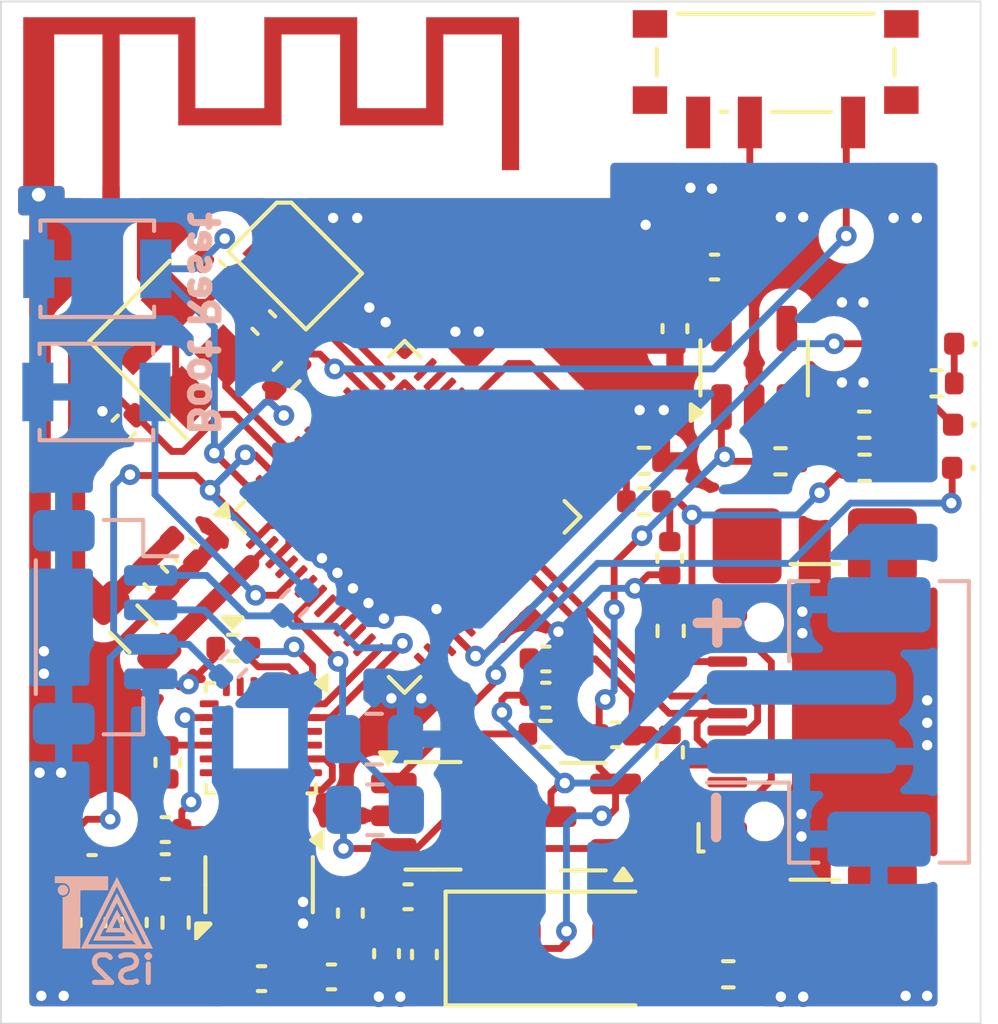
<source format=kicad_pcb>
(kicad_pcb (version 20240108) (generator "pcbnew") (generator_version "8.0")
  (layers (0 "F.Cu" signal) (31 "B.Cu" signal) (34 "B.Paste" user) (35 "F.Paste" user) (36 "B.SilkS" user "B.Silkscreen") (37 "F.SilkS" user "F.Silkscreen") (38 "B.Mask" user) (39 "F.Mask" user) (44 "Edge.Cuts" user))
  (net 0 "")
  (net 1 "GND")
  (net 2 "+BATT")
  (net 3 "VBUS")
  (net 4 "+1V8")
  (net 5 "RESET")
  (net 6 "+3V3")
  (net 7 "RGB_D")
  (net 8 "XTAL_N")
  (net 9 "VDD_SPI")
  (net 10 "Net-(D2-K)")
  (net 11 "Net-(D3-A)")
  (net 12 "RGB_P")
  (net 13 "SDA")
  (net 14 "SCL")
  (net 15 "USB_N")
  (net 16 "USB_P")
  (net 17 "LNA")
  (net 18 "Net-(U2-EN)")
  (net 19 "XTAL_P")
  (net 20 "BOOT")
  (net 21 "IO2")
  (net 22 "IO13")
  (net 23 "Net-(SW1-B)")
  (net 24 "Net-(U3-REGOUT)")
  (net 25 "Net-(D1-K)")
  (net 26 "Net-(D4-K)")
  (net 27 "Net-(D4-A)")
  (net 30 "IO34")
  (net 33 "Net-(J3-CC2)")
  (net 34 "Net-(J3-CC1)")
  (net 35 "SCK")
  (net 36 "MOSI")
  (net 37 "MISO")
  (net 38 "Net-(AE1-FEED)")
  (net 43 "Net-(U3-RESV_VDDIO)")
  (net 44 "Net-(U4-PROG)")
  (footprint "Capacitor_SMD:C_0402_1005Metric" (layer "F.Cu") (at 58.335 68.115 -90)
    (property "Reference" "C13" (hide yes))
    (property "Value" "10uF" (hide yes))
  )
  (footprint "Capacitor_SMD:C_0402_1005Metric" (layer "F.Cu") (at 43.685 75.99 180)
    (property "Reference" "C2" (hide yes))
    (property "Value" "1uF" (hide yes))
  )
  (footprint "Crystal:Crystal_SMD_3225-4Pin_3.2x2.5mm" (layer "F.Cu") (at 44.06 62.065 -45)
    (property "Reference" "Y1" (hide yes))
    (property "Value" "40MHz" (hide yes))
  )
  (footprint "Capacitor_SMD:C_0402_1005Metric" (layer "F.Cu") (at 48.51 80.265)
    (property "Reference" "C15" (hide yes))
    (property "Value" "0.1uF" (hide yes))
  )
  (footprint "Connector_USB:USB_C_Receptacle_GCT_USB4110" (layer "F.Cu") (at 63.685 72.865 90)
    (property "Reference" "J3" (hide yes))
    (property "Value" "USB_C_Receptacle_USB2.0_16P" (hide yes))
  )
  (footprint "Capacitor_SMD:C_0402_1005Metric" (layer "F.Cu") (at 59.635 59.665 180)
    (property "Reference" "C9" (hide yes))
    (property "Value" "1.0uF" (hide yes))
  )
  (footprint "Resistor_SMD:R_0402_1005Metric" (layer "F.Cu") (at 58.36 70.225 90)
    (property "Reference" "R17" (hide yes))
    (property "Value" "5.1K" (hide yes))
  )
  (footprint "Resistor_SMD:R_0402_1005Metric" (layer "F.Cu") (at 61.55 65.3025)
    (property "Reference" "R5" (hide yes))
    (property "Value" "100K" (hide yes))
  )
  (footprint "Capacitor_SMD:C_0402_1005Metric" (layer "F.Cu") (at 44.219637 67.873291 135)
    (property "Reference" "C23" (hide yes))
    (property "Value" "1uF" (hide yes))
  )
  (footprint "Capacitor_SMD:C_0402_1005Metric" (layer "F.Cu") (at 46.48 80.315 180)
    (property "Reference" "C10" (hide yes))
    (property "Value" "0.1uF" (hide yes))
  )
  (footprint "Capacitor_SMD:C_0402_1005Metric" (layer "F.Cu") (at 54.735 72.09)
    (property "Reference" "C4" (hide yes))
    (property "Value" "1.0uF" (hide yes))
  )
  (footprint "Capacitor_SMD:C_0402_1005Metric" (layer "F.Cu") (at 46.545589 61.275589 -45)
    (property "Reference" "C21" (hide yes))
    (property "Value" "15pF" (hide yes))
  )
  (footprint "Package_TO_SOT_SMD:SOT-23-5" (layer "F.Cu") (at 51.46 75.59)
    (property "Reference" "U4" (hide yes))
    (property "Value" "MCP73831-2-OT" (hide yes))
  )
  (footprint "Capacitor_SMD:C_0402_1005Metric" (layer "F.Cu") (at 45.085 59.815 -45)
    (property "Reference" "C16" (hide yes))
    (property "Value" "1uF" (hide yes))
  )
  (footprint "Capacitor_SMD:C_0402_1005Metric" (layer "F.Cu") (at 56.765 73.24)
    (property "Reference" "C3" (hide yes))
    (property "Value" "1.0uF" (hide yes))
  )
  (footprint "Capacitor_SMD:C_0402_1005Metric" (layer "F.Cu") (at 42.785 78.685 90)
    (property "Reference" "C5" (hide yes))
    (property "Value" "0.1uF" (hide yes))
  )
  (footprint "Resistor_SMD:R_0402_1005Metric" (layer "F.Cu") (at 63.9825 64.24)
    (property "Reference" "R4" (hide yes))
    (property "Value" "2K" (hide yes))
  )
  (footprint "Capacitor_SMD:C_0402_1005Metric" (layer "F.Cu") (at 50.11 79.59 -90)
    (property "Reference" "C7" (hide yes))
    (property "Value" "0.1uF" (hide yes))
  )
  (footprint "Capacitor_SMD:C_0402_1005Metric" (layer "F.Cu") (at 43.76 74.04 -90)
    (property "Reference" "C18" (hide yes))
    (property "Value" "0.1uF" (hide yes))
  )
  (footprint "Inductor_SMD:L_0805_2012Metric" (layer "F.Cu") (at 42.76 70.165 135)
    (property "Reference" "L1" (hide yes))
    (property "Value" "~")
  )
  (footprint "Package_DFN_QFN:QFN-56-1EP_7x7mm_P0.4mm_EP4x4mm" (layer "F.Cu") (at 50.635 66.915 45)
    (property "Reference" "U5" (hide yes))
    (property "Value" "ESP32-S2" (hide yes))
  )
  (footprint "LED_SMD:LED_WS2812B-2020_PLCC4_2.0x2.0mm" (layer "F.Cu") (at 47.451906 59.529089 -45)
    (property "Reference" "D5" (hide yes))
    (property "Value" "WS2812B" (hide yes))
  )
  (footprint "Resistor_SMD:R_0402_1005Metric" (layer "F.Cu") (at 43.985 78.69 -90)
    (property "Reference" "R3" (hide yes))
    (property "Value" "NC" (hide yes))
  )
  (footprint "Resistor_SMD:R_0402_1005Metric" (layer "F.Cu") (at 54.725 73.215)
    (property "Reference" "R15" (hide yes))
    (property "Value" "2K" (hide yes))
  )
  (footprint "Capacitor_SMD:C_0402_1005Metric" (layer "F.Cu") (at 43.685 77.065 180)
    (property "Reference" "C17" (hide yes))
    (property "Value" "1uF" (hide yes))
  )
  (footprint "Resistor_SMD:R_0402_1005Metric" (layer "F.Cu") (at 66.085 63.04 180)
    (property "Reference" "R2" (hide yes))
    (property "Value" "2K" (hide yes))
  )
  (footprint "Capacitor_SMD:C_0402_1005Metric" (layer "F.Cu") (at 50.735 77.94 180)
    (property "Reference" "C8" (hide yes))
    (property "Value" "1uF" (hide yes))
  )
  (footprint "Resistor_SMD:R_0402_1005Metric" (layer "F.Cu") (at 57.585 65.29)
    (property "Reference" "R14" (hide yes))
    (property "Value" "2K" (hide yes))
  )
  (footprint "Capacitor_SMD:C_0402_1005Metric" (layer "F.Cu") (at 51.21 79.615 -90)
    (property "Reference" "C14" (hide yes))
    (property "Value" "0.1uF" (hide yes))
  )
  (footprint "Capacitor_SMD:C_0402_1005Metric" (layer "F.Cu") (at 43.41 68.69 135)
    (property "Reference" "C22" (hide yes))
    (property "Value" "0.1uF" (hide yes))
  )
  (footprint "Package_TO_SOT_SMD:SOT-23-5" (layer "F.Cu") (at 60.785 62.59 90)
    (property "Reference" "U2" (hide yes))
    (property "Value" "AP2112K-3.3" (hide yes))
  )
  (footprint "Button_Switch_SMD:SW_SPDT_PCM12" (layer "F.Cu") (at 61.41 54.04 180)
    (property "Reference" "SW1" (hide yes))
    (property "Value" "SW_SPDT" (hide yes))
  )
  (footprint "Capacitor_SMD:C_0402_1005Metric" (layer "F.Cu") (at 41.585 78.69 90)
    (property "Reference" "C6" (hide yes))
    (property "Value" "1uF" (hide yes))
  )
  (footprint "Capacitor_SMD:C_0402_1005Metric" (layer "F.Cu") (at 49.06 78.415 90)
    (property "Reference" "C1" (hide yes))
    (property "Value" "1uF" (hide yes))
  )
  (footprint "LED_SMD:LED_0402_1005Metric" (layer "F.Cu") (at 66.0775 64.24 180)
    (property "Reference" "D3" (hide yes))
    (property "Value" "BLUE" (hide yes))
  )
  (footprint "Capacitor_SMD:C_0402_1005Metric" (layer "F.Cu") (at 54.735 71.04)
    (property "Reference" "C19" (hide yes))
    (property "Value" "10uF" (hide yes))
  )
  (footprint "Resistor_SMD:R_0402_1005Metric" (layer "F.Cu") (at 57.585 66.465 180)
    (property "Reference" "R13" (hide yes))
    (property "Value" "3K3" (hide yes))
  )
  (footprint "Resistor_SMD:R_0402_1005Metric" (layer "F.Cu") (at 60.035 80.19)
    (property "Reference" "R1" (hide yes))
    (property "Value" "10K" (hide yes))
  )
  (footprint "Capacitor_SMD:C_0402_1005Metric" (layer "F.Cu") (at 41.56 77.09)
    (property "Reference" "C12" (hide yes))
    (property "Value" "0.1uF" (hide yes))
  )
  (footprint "Resistor_SMD:R_0402_1005Metric" (layer "F.Cu") (at 63.9925 65.49)
    (property "Reference" "R8" (hide yes))
    (property "Value" "2K" (hide yes))
  )
  (footprint "Diode_SMD:D_SMA" (layer "F.Cu") (at 55.335 79.44)
    (property "Reference" "D2" (hide yes))
    (property "Value" "SS34" (hide yes))
  )
  (footprint "RF_Antenna:Texas_SWRA117D_2.4GHz_Right" (layer "F.Cu") (at 42.11 57.565)
    (property "Reference" "AE1" (hide yes))
    (property "Value" "Antenna" (hide yes))
  )
  (footprint "Resistor_SMD:R_0402_1005Metric" (layer "F.Cu") (at 45.66 70.715 180)
    (property "Reference" "R12" (hide yes))
    (property "Value" "NC" (hide yes))
  )
  (footprint "Resistor_SMD:R_0402_1005Metric" (layer "F.Cu") (at 58.335 73.75 90)
    (property "Reference" "R16" (hide yes))
    (property "Value" "5.1K" (hide yes))
  )
  (footprint "LED_SMD:LED_0402_1005Metric" (layer "F.Cu") (at 66.11 61.89 180)
    (property "Reference" "D1" (hide yes))
    (property "Value" "RED" (hide yes))
  )
  (footprint "Sensor_Motion:InvenSense_QFN-24_3x3mm_P0.4mm" (layer "F.Cu") (at 46.46 73.34 -90)
    (property "Reference" "U3" (hide yes))
    (property "Value" "MPU-9250" (hide yes))
  )
  (footprint "Resistor_SMD:R_0402_1005Metric" (layer "F.Cu") (at 47.21 62.815 -135)
    (property "Reference" "R9" (hide yes))
    (property "Value" "100K" (hide yes))
  )
  (footprint "Package_TO_SOT_SMD:SOT-23" (layer "F.Cu") (at 55.8225 75.615 180)
    (property "Reference" "Q1" (hide yes))
    (property "Value" "AO3401A" (hide yes))
  )
  (footprint "Capacitor_SMD:C_0402_1005Metric" (layer "F.Cu") (at 58.485 61.4525 -90)
    (property "Reference" "C11" (hide yes))
    (property "Value" "1.0uF" (hide yes))
  )
  (footprint "Capacitor_SMD:C_0402_1005Metric" (layer "F.Cu") (at 42.485 64.305 45)
    (property "Reference" "C20" (hide yes))
    (property "Value" "15pF" (hide yes))
  )
  (footprint "Package_TO_SOT_SMD:SOT-23-3" (layer "F.Cu") (at 46.41 77.59 -90)
    (property "Reference" "U1" (hide yes))
    (property "Value" "XC6206P182MR" (hide yes))
  )
  (footprint "LED_SMD:LED_0402_1005Metric" (layer "F.Cu") (at 66.05 65.49 180)
    (property "Reference" "D4" (hide yes))
    (property "Value" "Orange" (hide yes))
  )
  (footprint "Button_Switch_SMD:SW_SPST_B3U-1000P" (layer "B.Cu") (at 41.685 63.29)
    (property "Reference" "SW3" (hide yes))
    (property "Value" "Boot" (hide yes))
  )
  (footprint "Connector_JST:JST_SH_BM04B-SRSS-TB_1x04-1MP_P1.00mm_Vertical" (layer "B.Cu") (at 41.935 70.115 -90)
    (property "Reference" "J2" (hide yes))
    (property "Value" "SH1.0" (hide yes))
  )
  (footprint "Resistor_SMD:R_0402_1005Metric" (layer "B.Cu") (at 47.435 69.415 45)
    (property "Reference" "R7" (hide yes))
    (property "Value" "10K" (hide yes))
  )
  (footprint "Resistor_SMD:R_0805_2012Metric" (layer "B.Cu") (at 49.7725 75.415)
    (property "Reference" "R10" (hide yes))
    (property "Value" "442K" (hide yes))
  )
  (footprint "Connector_JST:JST_PH_B2B-PH-SM4-TB_1x02-1MP_P2.00mm_Vertical" (layer "B.Cu") (at 62.66 72.865 90)
    (property "Reference" "J1" (hide yes))
    (property "Value" "Conn_01x02_MountingPin" (hide yes))
  )
  (footprint "Button_Switch_SMD:SW_SPST_B3U-1000P" (layer "B.Cu") (at 41.71 59.715)
    (property "Reference" "SW2" (hide yes))
    (property "Value" "Reset" (hide yes))
  )
  (footprint "Resistor_SMD:R_0805_2012Metric" (layer "B.Cu") (at 49.7475 73.365)
    (property "Reference" "R11" (hide yes))
    (property "Value" "160K" (hide yes))
  )
  (footprint "Resistor_SMD:R_0402_1005Metric" (layer "B.Cu") (at 45.66 71.185 45)
    (property "Reference" "R6" (hide yes))
    (property "Value" "10K" (hide yes))
  )
  (footprint "LOGO" (layer "B.Cu") (at 41.98 78.37 180)
    (property "Reference" "G***" (hide yes))
    (property "Value" "LOGO" (hide yes))
  )
  (gr_poly (pts (xy 45.64 70.11) (xy 45.91 69.84) (xy 45.37 69.84)) (stroke (width 0.15)) (fill solid) (layer "F.SilkS"))
  (gr_poly (pts (xy 44.598162 78.73) (xy 44.598162 79.111838) (xy 44.98 78.73)) (stroke (width 0.15)) (fill solid) (layer "F.SilkS"))
  (gr_line (start 38.91 51.96) (end 67.36 51.96) (stroke (width 0.05)) (layer "Edge.Cuts"))
  (gr_line (start 67.36 51.96) (end 67.36 81.62) (stroke (width 0.05)) (layer "Edge.Cuts"))
  (gr_line (start 38.91 51.96) (end 38.91 81.62) (stroke (width 0.05)) (layer "Edge.Cuts"))
  (gr_line (start 38.91 81.62) (end 67.36 81.62) (stroke (width 0.05)) (layer "Edge.Cuts"))
  (gr_text "iS2" (at 43.48 80.53 0) (layer "B.SilkS") (effects (font (size 0.8 0.8) (thickness 0.15) (bold yes)) (justify left bottom mirror)))
  (gr_text "+" (at 60.485 68.865 90) (layer "B.SilkS") (effects (font (size 1.5 1.5) (thickness 0.3) (bold yes)) (justify left bottom mirror)))
  (gr_text "Boot" (at 44.307487 64.64594 270) (layer "B.SilkS") (effects (font (size 0.8 0.8) (thickness 0.2) (bold yes)) (justify left bottom mirror)))
  (gr_text "Reset" (at 44.31 61.515 270) (layer "B.SilkS") (effects (font (size 0.8 0.8) (thickness 0.2) (bold yes)) (justify left bottom mirror)))
  (gr_text "-" (at 58.91 76.765 270) (layer "B.SilkS") (effects (font (size 1.5 1.5) (thickness 0.3) (bold yes)) (justify left bottom mirror)))
  (segment (start 44.236777 63.443858) (end 43.985 63.192081) (width 0.2) (layer "F.Cu") (net 1))
  (segment (start 47.36 76.4525) (end 48.8425 77.935) (width 0.2) (layer "F.Cu") (net 1))
  (segment (start 44.89268 60.686142) (end 45.424411 60.154411) (width 0.2) (layer "F.Cu") (net 1))
  (segment (start 50.135 80.095) (end 50.11 80.07) (width 0.2) (layer "F.Cu") (net 1))
  (segment (start 48.99 80.635) (end 48.99 80.265) (width 0.2) (layer "F.Cu") (net 1))
  (segment (start 57.245 72.110787) (end 56.174213 71.04) (width 0.2) (layer "F.Cu") (net 1))
  (segment (start 48.8425 77.935) (end 49.06 77.935) (width 0.2) (layer "F.Cu") (net 1))
  (segment (start 60.005 69.665) (end 60.37 69.3) (width 0.2) (layer "F.Cu") (net 1))
  (segment (start 58.335 68.595) (end 57.714557 68.595) (width 0.2) (layer "F.Cu") (net 1))
  (segment (start 65.575 63.04) (end 65.575 63.2525) (width 0.2) (layer "F.Cu") (net 1))
  (segment (start 65.575 63.2525) (end 66.5625 64.24) (width 0.2) (layer "F.Cu") (net 1))
  (segment (start 46.415995 59.270995) (end 46.81 59.665) (width 0.2) (layer "F.Cu") (net 1))
  (segment (start 61.82 69.3) (end 62.185 69.665) (width 0.2) (layer "F.Cu") (net 1))
  (segment (start 43.205 75.99) (end 43.205 75.075) (width 0.2) (layer "F.Cu") (net 1))
  (segment (start 47.46 76.3525) (end 47.36 76.4525) (width 0.2) (layer "F.Cu") (net 1))
  (segment (start 60.005 76.065) (end 60.37 76.43) (width 0.2) (layer "F.Cu") (net 1))
  (segment (start 45.15 70.715) (end 45.15 70.975) (width 0.2) (layer "F.Cu") (net 1))
  (segment (start 51.21 80.095) (end 50.135 80.095) (width 0.2) (layer "F.Cu") (net 1))
  (segment (start 60.37 69.3) (end 61.82 69.3) (width 0.2) (layer "F.Cu") (net 1))
  (segment (start 48.7 80.925) (end 48.99 80.635) (width 0.2) (layer "F.Cu") (net 1))
  (segment (start 57.714557 68.595) (end 57.319557 68.99) (width 0.2) (layer "F.Cu") (net 1))
  (segment (start 49.185 80.07) (end 48.99 80.265) (width 0.2) (layer "F.Cu") (net 1))
  (segment (start 61.92 76.43) (end 62.16 76.19) (width 0.2) (layer "F.Cu") (net 1))
  (segment (start 47.46 74.84) (end 47.46 76.3525) (width 0.2) (layer "F.Cu") (net 1))
  (segment (start 46 80.315) (end 46 80.68) (width 0.2) (layer "F.Cu") (net 1))
  (segment (start 47.96 73.94) (end 48.33136 73.94) (width 0.2) (layer "F.Cu") (net 1))
  (segment (start 42.145589 64.135294) (end 41.86 63.849705) (width 0.2) (layer "F.Cu") (net 1))
  (segment (start 55.09995 70.24858) (end 55.09995 70.92495) (width 0.2) (layer "F.Cu") (net 1))
  (segment (start 47.135 59.665) (end 48.56 58.24) (width 0.2) (layer "F.Cu") (net 1))
  (segment (start 57.245 73.24) (end 57.245 72.110787) (width 0.2) (layer "F.Cu") (net 1))
  (segment (start 48.23136 74.84) (end 47.46 74.84) (width 0.2) (layer "F.Cu") (net 1))
  (segment (start 43.205 75.075) (end 43.76 74.52) (width 0.2) (layer "F.Cu") (net 1))
  (segment (start 46.245 80.925) (end 48.7 80.925) (width 0.2) (layer "F.Cu") (net 1))
  (segment (start 55.09995 70.92495) (end 55.215 71.04) (width 0.2) (layer "F.Cu") (net 1))
  (segment (start 48.33136 73.94) (end 48.535 74.14364) (width 0.2) (layer "F.Cu") (net 1))
  (segment (start 58.335 73.24) (end 57.245 73.24) (width 0.2) (layer "F.Cu") (net 1))
  (segment (start 42.145589 64.644411) (end 42.145589 64.135294) (width 0.2) (layer "F.Cu") (net 1))
  (segment (start 49.065 77.94) (end 49.06 77.935) (width 0.2) (layer "F.Cu") (net 1))
  (segment (start 43.985 60.787919) (end 43.883223 60.686142) (width 0.2) (layer "F.Cu") (net 1))
  (segment (start 60.37 76.43) (end 61.92 76.43) (width 0.2) (layer "F.Cu") (net 1))
  (segment (start 48.535 74.14364) (end 48.535 74.53636) (width 0.2) (layer "F.Cu") (net 1))
  (segment (start 43.883223 60.686142) (end 44.89268 60.686142) (width 0.2) (layer "F.Cu") (net 1))
  (segment (start 50.11 80.07) (end 49.185 80.07) (width 0.2) (layer "F.Cu") (net 1))
  (segment (start 48.535 74.53636) (end 48.23136 74.84) (width 0.2) (layer "F.Cu") (net 1))
  (segment (start 46.81 59.665) (end 47.135 59.665) (width 0.2) (layer "F.Cu") (net 1))
  (segment (start 45.15 70.975) (end 44.36 71.765) (width 0.2) (layer "F.Cu") (net 1))
  (segment (start 46 80.68) (end 46.245 80.925) (width 0.2) (layer "F.Cu") (net 1))
  (segment (start 56.174213 71.04) (end 55.215 71.04) (width 0.2) (layer "F.Cu") (net 1))
  (segment (start 50.255 77.94) (end 49.065 77.94) (width 0.2) (layer "F.Cu") (net 1))
  (segment (start 43.985 63.192081) (end 43.985 60.787919) (width 0.2) (layer "F.Cu") (net 1))
  (via (at 59.56 57.39) (size 0.6) (drill 0.3) (layers "F.Cu" "B.Cu") (net 1))
  (via (at 55.09995 70.24858) (size 0.6) (drill 0.3) (layers "F.Cu" "B.Cu") (net 1))
  (via (at 48.685 68.54) (size 0.6) (drill 0.3) (layers "F.Cu" "B.Cu") (net 1))
  (via (at 52.785 61.54) (size 0.6) (drill 0.3) (layers "F.Cu" "B.Cu") (net 1))
  (via (at 63.335 63.015) (size 0.6) (drill 0.3) (layers "F.Cu" "B.Cu") (net 1))
  (via (at 48.235 68.115) (size 0.6) (drill 0.3) (layers "F.Cu" "B.Cu") (net 1))
  (via (at 50.25 72.18) (size 0.6) (drill 0.3) (layers "F.Cu" "B.Cu") (net 1))
  (via (at 58.16 63.815) (size 0.6) (drill 0.3) (layers "F.Cu" "B.Cu") (net 1))
  (via (at 62.21 80.84) (size 0.6) (drill 0.3) (layers "F.Cu" "B.Cu") (net 1))
  (via (at 62.185 70.29) (size 0.6) (drill 0.3) (layers "F.Cu" "B.Cu") (net 1))
  (via (at 51.56 69.59) (size 0.6) (drill 0.3) (layers "F.Cu" "B.Cu") (net 1))
  (via (at 62.185 69.665) (size 0.6) (drill 0.3) (layers "F.Cu" "B.Cu") (net 1))
  (via (at 61.56 80.84) (size 0.6) (drill 0.3) (layers "F.Cu" "B.Cu") (net 1))
  (via (at 61.56 58.215) (size 0.6) (drill 0.3) (layers "F.Cu" "B.Cu") (net 1))
  (via (at 64.835 58.24) (size 0.6) (drill 0.3) (layers "F.Cu" "B.Cu") (net 1))
  (via (at 62.16 76.19) (size 0.6) (drill 0.3) (layers "F.Cu" "B.Cu") (net 1))
  (via (at 40.035 74.34) (size 0.6) (drill 0.3) (layers "F.Cu" "B.Cu") (net 1))
  (via (at 62.21 58.215) (size 0.6) (drill 0.3) (layers "F.Cu" "B.Cu") (net 1))
  (via (at 48.56 58.24) (size 0.6) (drill 0.3) (layers "F.Cu" "B.Cu") (net 1))
  (via (at 49.260003 58.24) (size 0.6) (drill 0.3) (layers "F.Cu" "B.Cu") (net 1))
  (via (at 63.335 60.69) (size 0.6) (drill 0.3) (layers "F.Cu" "B.Cu") (net 1))
  (via (at 40.66 74.34) (size 0.6) (drill 0.3) (layers "F.Cu" "B.Cu") (net 1))
  (via (at 51.12 72.18) (size 0.6) (drill 0.3) (layers "F.Cu" "B.Cu") (net 1))
  (via (at 57.635 58.44) (size 0.6) (drill 0.3) (layers "F.Cu" "B.Cu") (net 1))
  (via (at 40.16 71.465) (size 0.6) (drill 0.3) (layers "F.Cu" "B.Cu") (net 1))
  (via (at 47.685 78.09) (size 0.6) (drill 0.3) (layers "F.Cu" "B.Cu") (net 1))
  (via (at 49.585 69.415) (size 0.6) (drill 0.3) (layers "F.Cu" "B.Cu") (net 1))
  (via (at 40.085 80.815) (size 0.6) (drill 0.3) (layers "F.Cu" "B.Cu") (net 1))
  (via (at 63.96 63.015) (size 0.6) (drill 0.3) (layers "F.Cu" "B.Cu") (net 1))
  (via (at 65.185 80.815) (size 0.6) (drill 0.3) (layers "F.Cu" "B.Cu") (net 1))
  (via (at 50.035 69.865) (size 0.6) (drill 0.3) (layers "F.Cu" "B.Cu") (net 1))
  (via (at 40.16 70.815) (size 0.6) (drill 0.3) (layers "F.Cu" "B.Cu") (net 1))
  (via (at 65.81 80.815) (size 0.6) (drill 0.3) (layers "F.Cu" "B.Cu") (net 1))
  (via (at 58.935 57.365) (size 0.6) (drill 0.3) (layers "F.Cu" "B.Cu") (net 1))
  (via (at 65.51 58.24) (size 0.6) (drill 0.3) (layers "F.Cu" "B.Cu") (net 1))
  (via (at 41.86 63.849705) (size 0.6) (drill 0.3) (layers "F.Cu" "B.Cu") (net 1))
  (via (at 50.51 80.84) (size 0.6) (drill 0.3) (layers "F.Cu" "B.Cu") (net 1))
  (via (at 63.96 60.69) (size 0.6) (drill 0.3) (layers "F.Cu" "B.Cu") (net 1))
  (via (at 65.81 72.89) (size 0.6) (drill 0.3) (layers "F.Cu" "B.Cu") (net 1))
  (via (at 50.085 61.265) (size 0.6) (drill 0.3) (layers "F.Cu" "B.Cu") (net 1))
  (via (at 65.81 73.54) (size 0.6) (drill 0.3) (layers "F.Cu" "B.Cu") (net 1))
  (via (at 44.36 71.765) (size 0.6) (drill 0.3) (layers "F.Cu" "B.Cu") (net 1))
  (via (at 52.11 61.54) (size 0.6) (drill 0.3) (layers "F.Cu" "B.Cu") (net 1))
  (via (at 49.135 68.99) (size 0.6) (drill 0.3) (layers "F.Cu" "B.Cu") (net 1))
  (via (at 57.46 63.815) (size 0.6) (drill 0.3) (layers "F.Cu" "B.Cu") (net 1))
  (via (at 47.685 78.715) (size 0.6) (drill 0.3) (layers "F.Cu" "B.Cu") (net 1))
  (via (at 49.61 60.84) (size 0.6) (drill 0.3) (layers "F.Cu" "B.Cu") (net 1))
  (via (at 49.885 80.84) (size 0.6) (drill 0.3) (layers "F.Cu" "B.Cu") (net 1))
  (via (at 62.16 75.54) (size 0.6) (drill 0.3) (layers "F.Cu" "B.Cu") (net 1))
  (via (at 57.319557 68.99) (size 0.6) (drill 0.3) (layers "F.Cu" "B.Cu") (net 1))
  (via (at 65.81 72.24) (size 0.6) (drill 0.3) (layers "F.Cu" "B.Cu") (net 1))
  (via (at 40.735 80.815) (size 0.6) (drill 0.3) (layers "F.Cu" "B.Cu") (net 1))
  (segment (start 44.36 71.765) (end 43.41 71.765) (width 0.2) (layer "B.Cu") (net 1))
  (segment (start 62.385 69.465) (end 64.41 69.465) (width 0.2) (layer "B.Cu") (net 1))
  (segment (start 56.35853 68.99) (end 57.319557 68.99) (width 0.2) (layer "B.Cu") (net 1))
  (segment (start 62.185 69.665) (end 62.385 69.465) (width 0.2) (layer "B.Cu") (net 1))
  (segment (start 62.235 76.265) (end 64.41 76.265) (width 0.2) (layer "B.Cu") (net 1))
  (segment (start 62.16 76.19) (end 62.235 76.265) (width 0.2) (layer "B.Cu") (net 1))
  (segment (start 43.41 71.765) (end 43.26 71.615) (width 0.2) (layer "B.Cu") (net 1))
  (segment (start 55.09995 70.24858) (end 56.35853 68.99) (width 0.2) (layer "B.Cu") (net 1))
  (segment (start 54.255 72.09) (end 53.585 72.09) (width 0.2) (layer "F.Cu") (net 2))
  (segment (start 50.3225 76.54) (end 50.984999 76.54) (width 0.2) (layer "F.Cu") (net 2))
  (segment (start 54.885 74.915) (end 54.885 75.615) (width 0.2) (layer "F.Cu") (net 2))
  (segment (start 48.86 76.54) (end 50.3225 76.54) (width 0.2) (layer "F.Cu") (net 2))
  (segment (start 55.16 74.64) (end 54.885 74.915) (width 0.2) (layer "F.Cu") (net 2))
  (segment (start 51.909999 75.615) (end 54.885 75.615) (width 0.2) (layer "F.Cu") (net 2))
  (segment (start 54.255 71.04) (end 54.255 72.09) (width 0.2) (layer "F.Cu") (net 2))
  (segment (start 53.46 72.215) (end 53.46 72.59) (width 0.2) (layer "F.Cu") (net 2))
  (segment (start 55.285 74.64) (end 55.16 74.64) (width 0.2) (layer "F.Cu") (net 2))
  (segment (start 53.585 72.09) (end 53.46 72.215) (width 0.2) (layer "F.Cu") (net 2))
  (segment (start 50.984999 76.54) (end 51.909999 75.615) (width 0.2) (layer "F.Cu") (net 2))
  (via (at 53.46 72.59) (size 0.6) (drill 0.3) (layers "F.Cu" "B.Cu") (net 2))
  (via (at 55.285 74.64) (size 0.6) (drill 0.3) (layers "F.Cu" "B.Cu") (net 2))
  (via (at 48.86 76.54) (size 0.6) (drill 0.3) (layers "F.Cu" "B.Cu") (net 2))
  (segment (start 53.46 72.815) (end 55.285 74.64) (width 0.2) (layer "B.Cu") (net 2))
  (segment (start 59.41 71.865) (end 56.635 74.64) (width 0.2) (layer "B.Cu") (net 2))
  (segment (start 62.16 71.865) (end 59.41 71.865) (width 0.2) (layer "B.Cu") (net 2))
  (segment (start 56.635 74.64) (end 55.285 74.64) (width 0.2) (layer "B.Cu") (net 2))
  (segment (start 48.86 75.415) (end 48.86 76.54) (width 0.2) (layer "B.Cu") (net 2))
  (segment (start 53.46 72.59) (end 53.46 72.815) (width 0.2) (layer "B.Cu") (net 2))
  (segment (start 60.579999 75.265) (end 61.285 74.559999) (width 0.2) (layer "F.Cu") (net 3))
  (segment (start 59.430001 70.465) (end 60.005 70.465) (width 0.2) (layer "F.Cu") (net 3))
  (segment (start 63.4725 65.48) (end 63.4825 65.49) (width 0.2) (layer "F.Cu") (net 3))
  (segment (start 63.41 65.49) (end 62.685 66.215) (width 0.2) (layer "F.Cu") (net 3))
  (segment (start 58.06 75.265) (end 60.005 75.265) (width 0.2) (layer "F.Cu") (net 3))
  (segment (start 61.285 71.134594) (end 60.615406 70.465) (width 0.2) (layer "F.Cu") (net 3))
  (segment (start 58.585 66.465) (end 58.98 66.86) (width 0.2) (layer "F.Cu") (net 3))
  (segment (start 58.775 79.44) (end 59.525 80.19) (width 0.2) (layer "F.Cu") (net 3))
  (segment (start 57.335 79.44) (end 57.335 77.14) (width 0.2) (layer "F.Cu") (net 3))
  (segment (start 58.98 70.014999) (end 59.430001 70.465) (width 0.2) (layer "F.Cu") (net 3))
  (segment (start 58.335 66.705) (end 58.095 66.465) (width 0.2) (layer "F.Cu") (net 3))
  (segment (start 57.335 77.14) (end 56.76 76.565) (width 0.2) (layer "F.Cu") (net 3))
  (segment (start 58.335 67.635) (end 58.335 66.705) (width 0.2) (layer "F.Cu") (net 3))
  (segment (start 52.5975 76.54) (end 56.735 76.54) (width 0.2) (layer "F.Cu") (net 3))
  (segment (start 61.285 74.559999) (end 61.285 71.134594) (width 0.2) (layer "F.Cu") (net 3))
  (segment (start 58.98 66.86) (end 58.98 70.014999) (width 0.2) (layer "F.Cu") (net 3))
  (segment (start 60.615406 70.465) (end 60.005 70.465) (width 0.2) (layer "F.Cu") (net 3))
  (segment (start 56.76 76.565) (end 58.06 75.265) (width 0.2) (layer "F.Cu") (net 3))
  (segment (start 56.735 76.54) (end 56.76 76.565) (width 0.2) (layer "F.Cu") (net 3))
  (segment (start 57.335 79.44) (end 58.775 79.44) (width 0.2) (layer "F.Cu") (net 3))
  (segment (start 63.4725 64.24) (end 63.4725 65.48) (width 0.2) (layer "F.Cu") (net 3))
  (segment (start 63.4825 65.49) (end 63.41 65.49) (width 0.2) (layer "F.Cu") (net 3))
  (segment (start 58.095 66.465) (end 58.585 66.465) (width 0.2) (layer "F.Cu") (net 3))
  (segment (start 60.005 75.265) (end 60.579999 75.265) (width 0.2) (layer "F.Cu") (net 3))
  (via (at 62.685 66.215) (size 0.6) (drill 0.3) (layers "F.Cu" "B.Cu") (net 3))
  (via (at 58.98 66.86) (size 0.6) (drill 0.3) (layers "F.Cu" "B.Cu") (net 3))
  (segment (start 62.04 66.86) (end 58.98 66.86) (width 0.2) (layer "B.Cu") (net 3))
  (segment (start 62.685 66.215) (end 62.04 66.86) (width 0.2) (layer "B.Cu") (net 3))
  (segment (start 44.9975 75.99) (end 44.165 75.99) (width 0.2) (layer "F.Cu") (net 4))
  (segment (start 43.985 78.18) (end 43.985 77.245) (width 0.2) (layer "F.Cu") (net 4))
  (segment (start 44.165 77.065) (end 44.165 75.99) (width 0.2) (layer "F.Cu") (net 4))
  (segment (start 44.26 72.74) (end 44.96 72.74) (width 0.2) (layer "F.Cu") (net 4))
  (segment (start 43.985 77.245) (end 44.165 77.065) (width 0.2) (layer "F.Cu") (net 4))
  (segment (start 44.165 75.99) (end 44.165 75.46) (width 0.2) (layer "F.Cu") (net 4))
  (segment (start 45.46 76.4525) (end 44.9975 75.99) (width 0.2) (layer "F.Cu") (net 4))
  (segment (start 44.165 75.46) (end 44.435 75.19) (width 0.2) (layer "F.Cu") (net 4))
  (segment (start 45.46 76.4525) (end 45.46 74.84) (width 0.2) (layer "F.Cu") (net 4))
  (via (at 44.26 72.74) (size 0.6) (drill 0.3) (layers "F.Cu" "B.Cu") (net 4))
  (via (at 44.435 75.19) (size 0.6) (drill 0.3) (layers "F.Cu" "B.Cu") (net 4))
  (segment (start 44.26 72.74) (end 44.435 72.915) (width 0.2) (layer "B.Cu") (net 4))
  (segment (start 44.435 72.915) (end 44.435 75.19) (width 0.2) (layer "B.Cu") (net 4))
  (segment (start 45.11 65.065) (end 45.11 65.066955) (width 0.2) (layer "F.Cu") (net 5))
  (segment (start 45.11 65.066955) (end 46.357004 66.313959) (width 0.2) (layer "F.Cu") (net 5))
  (segment (start 46.685 63.530682) (end 47.127159 63.972841) (width 0.2) (layer "F.Cu") (net 5))
  (segment (start 44.745589 59.475589) (end 44.774411 59.475589) (width 0.2) (layer "F.Cu") (net 5))
  (segment (start 44.774411 59.475589) (end 45.41 58.84) (width 0.2) (layer "F.Cu") (net 5))
  (segment (start 46.849376 63.175624) (end 46.685 63.34) (width 0.2) (layer "F.Cu") (net 5))
  (segment (start 46.685 63.34) (end 46.685 63.530682) (width 0.2) (layer "F.Cu") (net 5))
  (via (at 45.11 65.065) (size 0.6) (drill 0.3) (layers "F.Cu" "B.Cu") (net 5))
  (via (at 45.41 58.84) (size 0.6) (drill 0.3) (layers "F.Cu" "B.Cu") (net 5))
  (via (at 47.127159 63.972841) (size 0.6) (drill 0.3) (layers "F.Cu" "B.Cu") (net 5))
  (segment (start 43.41 59.715) (end 45.11 61.415) (width 0.2) (layer "B.Cu") (net 5))
  (segment (start 45.41 58.84) (end 44.535 59.715) (width 0.2) (layer "B.Cu") (net 5))
  (segment (start 46.744318 63.59) (end 46.585 63.59) (width 0.2) (layer "B.Cu") (net 5))
  (segment (start 46.585 63.59) (end 45.11 65.065) (width 0.2) (layer "B.Cu") (net 5))
  (segment (start 45.11 61.415) (end 45.11 65.065) (width 0.2) (layer "B.Cu") (net 5))
  (segment (start 47.127159 63.972841) (end 46.744318 63.59) (width 0.2) (layer "B.Cu") (net 5))
  (segment (start 44.535 59.715) (end 43.41 59.715) (width 0.2) (layer "B.Cu") (net 5))
  (segment (start 47.273669 67.730747) (end 47.273669 67.442755) (width 0.2) (layer "F.Cu") (net 6))
  (segment (start 42.78 79.17) (end 42.785 79.165) (width 0.2) (layer "F.Cu") (net 6))
  (segment (start 48.886715 62.62113) (end 48.60387 62.62113) (width 0.2) (layer "F.Cu") (net 6))
  (segment (start 50.11 79.11) (end 51.185 79.11) (width 0.2) (layer "F.Cu") (net 6))
  (segment (start 48.410188 65.250725) (end 48.122197 65.250725) (width 0.2) (layer "F.Cu") (net 6))
  (segment (start 47.56166 66.099253) (end 48.122197 65.538716) (width 0.2) (layer "F.Cu") (net 6))
  (segment (start 46.96 80.315) (end 46.96 79.2775) (width 0.2) (layer "F.Cu") (net 6))
  (segment (start 47.570624 62.454376) (end 47.835 62.19) (width 0.2) (layer "F.Cu") (net 6))
  (segment (start 46.922689 68.081726) (end 47.205532 68.364569) (width 0.2) (layer "F.Cu") (net 6))
  (segment (start 49.819253 63.84166) (end 48.410188 65.250725) (width 0.2) (layer "F.Cu") (net 6))
  (segment (start 41.585 79.17) (end 42.78 79.17) (width 0.2) (layer "F.Cu") (net 6))
  (segment (start 54.279174 67.447904) (end 53.991183 67.447904) (width 0.2) (layer "F.Cu") (net 6))
  (segment (start 47.273669 67.442755) (end 46.995975 67.165061) (width 0.2) (layer "F.Cu") (net 6))
  (segment (start 42.685 65.715) (end 44.56 65.715) (width 0.2) (layer "F.Cu") (net 6))
  (segment (start 48.122197 65.250725) (end 47.771218 64.899746) (width 0.2) (layer "F.Cu") (net 6))
  (segment (start 46.707983 67.165061) (end 46.357004 67.516041) (width 0.2) (layer "F.Cu") (net 6))
  (segment (start 41.08 76.02) (end 41.08 77.09) (width 0.2) (layer "F.Cu") (net 6))
  (segment (start 51.185 79.11) (end 51.21 79.135) (width 0.2) (layer "F.Cu") (net 6))
  (segment (start 41.165 79.17) (end 40.975 78.98) (width 0.2) (layer "F.Cu") (net 6))
  (segment (start 41.41 75.69) (end 41.08 76.02) (width 0.2) (layer "F.Cu") (net 6))
  (segment (start 46.96 80.315) (end 47.98 80.315) (width 0.2) (layer "F.Cu") (net 6))
  (segment (start 48.03 79.925) (end 49.06 78.895) (width 0.2) (layer "F.Cu") (net 6))
  (segment (start 43.95 79.165) (end 43.985 79.2) (width 0.2) (layer "F.Cu") (net 6))
  (segment (start 40.975 78.98) (end 40.975 77.195) (width 0.2) (layer "F.Cu") (net 6))
  (segment (start 48.03 80.265) (end 48.03 79.925) (width 0.2) (layer "F.Cu") (net 6))
  (segment (start 52.299276 69.427804) (end 52.650254 69.778782) (width 0.2) (layer "F.Cu") (net 6))
  (segment (start 46.922689 68.081726) (end 47.039847 67.964569) (width 0.2) (layer "F.Cu") (net 6))
  (segment (start 42.085 75.69) (end 41.41 75.69) (width 0.2) (layer "F.Cu") (net 6))
  (segment (start 47.835 62.19) (end 48.17274 62.19) (width 0.2) (layer "F.Cu") (net 6))
  (segment (start 63.46 55.67) (end 63.66 55.47) (width 0.2) (layer "F.Cu") (net 6))
  (segment (start 50.635 63.025913) (end 50.107245 63.553668) (width 0.2) (layer "F.Cu") (net 6))
  (segment (start 49.819253 63.553668) (end 49.819253 63.84166) (width 0.2) (layer "F.Cu") (net 6))
  (segment (start 49.819253 63.553668) (end 49.468274 63.202689) (width 0.2) (layer "F.Cu") (net 6))
  (segment (start 54.524087 66.915) (end 50.635 63.025913) (width 0.2) (layer "F.Cu") (net 6))
  (segment (start 54.279174 67.159913) (end 54.524087 66.915) (width 0.2) (layer "F.Cu") (net 6))
  (segment (start 49.468274 63.202689) (end 48.886715 62.62113) (width 0.2) (layer "F.Cu") (net 6))
  (segment (start 51.21 77.945) (end 51.215 77.94) (width 0.2) (layer "F.Cu") (net 6))
  (segment (start 52.299276 69.139811) (end 52.299276 69.427804) (width 0.2) (layer "F.Cu") (net 6))
  (segment (start 46.922689 65.748274) (end 47.273668 66.099253) (width 0.2) (layer "F.Cu") (net 6))
  (segment (start 42.66 65.69) (end 42.685 65.715) (width 0.2) (layer "F.Cu") (net 6))
  (segment (start 47.039847 67.964569) (end 47.273669 67.730747) (width 0.2) (layer "F.Cu") (net 6))
  (segment (start 45.9375 79.2) (end 43.985 79.2) (width 0.2) (layer "F.Cu") (net 6))
  (segment (start 49.895 78.895) (end 50.11 79.11) (width 0.2) (layer "F.Cu") (net 6))
  (segment (start 51.21 79.135) (end 51.21 77.945) (width 0.2) (layer "F.Cu") (net 6))
  (segment (start 54.630153 67.798883) (end 54.279174 67.447904) (width 0.2) (layer "F.Cu") (net 6))
  (segment (start 41.585 79.17) (end 41.165 79.17) (width 0.2) (layer "F.Cu") (net 6))
  (segment (start 46.41 78.7275) (end 45.9375 79.2) (width 0.2) (layer "F.Cu") (net 6))
  (segment (start 42.785 79.165) (end 43.95 79.165) (width 0.2) (layer "F.Cu") (net 6))
  (segment (start 50.107245 63.553668) (end 49.819253 63.553668) (width 0.2) (layer "F.Cu") (net 6))
  (segment (start 54.279174 67.447904) (end 54.279174 67.159913) (width 0.2) (layer "F.Cu") (net 6))
  (segment (start 53.991183 67.447904) (end 52.299276 69.139811) (width 0.2) (layer "F.Cu") (net 6))
  (segment (start 46.357004 67.516041) (end 46.357004 67.512004) (width 0.2) (layer "F.Cu") (net 6))
  (segment (start 48.122197 65.538716) (end 48.122197 65.250725) (width 0.2) (layer "F.Cu") (net 6))
  (segment (start 48.17274 62.19) (end 48.60387 62.62113) (width 0.2) (layer "F.Cu") (net 6))
  (segment (start 46.008287 65.116713) (end 46.291128 65.116713) (width 0.2) (layer "F.Cu") (net 6))
  (segment (start 63.46 58.765) (end 63.46 55.67) (width 0.2) (layer "F.Cu") (net 6))
  (segment (start 46.357004 67.512004) (end 44.985 66.14) (width 0.2) (layer "F.Cu") (net 6))
  (segment (start 47.98 80.315) (end 48.03 80.265) (width 0.2) (layer "F.Cu") (net 6))
  (segment (start 49.06 78.895) (end 49.895 78.895) (width 0.2) (layer "F.Cu") (net 6))
  (segment (start 46.291128 65.116713) (end 46.922689 65.748274) (width 0.2) (layer "F.Cu") (net 6))
  (segment (start 47.273668 66.099253) (end 47.56166 66.099253) (width 0.2) (layer "F.Cu") (net 6))
  (segment (start 46.995975 67.165061) (end 46.707983 67.165061) (width 0.2) (layer "F.Cu") (net 6))
  (segment (start 40.975 77.195) (end 41.08 77.09) (width 0.2) (layer "F.Cu") (net 6))
  (segment (start 46.96 79.2775) (end 46.41 78.7275) (width 0.2) (layer "F.Cu") (net 6))
  (segment (start 44.56 65.715) (end 44.985 66.14) (width 0.2) (layer "F.Cu") (net 6))
  (via (at 42.085 75.69) (size 0.6) (drill 0.3) (layers "F.Cu" "B.Cu") (net 6))
  (via (at 48.60387 62.62113) (size 0.6) (drill 0.3) (layers "F.Cu" "B.Cu") (net 6))
  (via (at 46.008287 65.116713) (size 0.6) (drill 0.3) (layers "F.Cu" "B.Cu") (net 6))
  (via (at 44.985 66.14) (size 0.6) (drill 0.3) (layers "F.Cu" "B.Cu") (net 6))
  (via (at 42.66 65.69) (size 0.6) (drill 0.3) (layers "F.Cu" "B.Cu") (net 6))
  (via (at 63.46 58.765) (size 0.6) (drill 0.3) (layers "F.Cu" "B.Cu") (net 6))
  (segment (start 42.185 70.314999) (end 42.185 65.99) (width 0.2) (layer "B.Cu") (net 6))
  (segment (start 48.60387 62.62113) (end 59.60387 62.62113) (width 0.2) (layer "B.Cu") (net 6))
  (segment (start 42.485001 70.615) (end 42.085 71.015001) (width 0.2) (layer "B.Cu") (net 6))
  (segment (start 42.485001 70.615) (end 42.185 70.314999) (width 0.2) (layer "B.Cu") (net 6))
  (segment (start 44.985 66.14) (end 46.008287 65.116713) (width 0.2) (layer "B.Cu") (net 6))
  (segment (start 42.185 65.99) (end 42.485 65.69) (width 0.2) (layer "B.Cu") (net 6))
  (segment (start 42.085 71.015001) (end 42.085 75.69) (width 0.2) (layer "B.Cu") (net 6))
  (segment (start 42.485 65.69) (end 42.66 65.69) (width 0.2) (layer "B.Cu") (net 6))
  (segment (start 44.985 66.243752) (end 44.985 66.14) (width 0.2) (layer "B.Cu") (net 6))
  (segment (start 44.368752 70.615) (end 43.26 70.615) (width 0.2) (layer "B.Cu") (net 6))
  (segment (start 47.795624 69.054376) (end 44.985 66.243752) (width 0.2) (layer "B.Cu") (net 6))
  (segment (start 45.299376 71.545624) (end 44.368752 70.615) (width 0.2) (layer "B.Cu") (net 6))
  (segment (start 59.60387 62.62113) (end 63.46 58.765) (width 0.2) (layer "B.Cu") (net 6))
  (segment (start 43.26 70.615) (end 42.485001 70.615) (width 0.2) (layer "B.Cu") (net 6))
  (segment (start 47.71 60.565) (end 47.71 60.878729) (width 0.2) (layer "F.Cu") (net 7))
  (segment (start 47.71 60.878729) (end 49.751117 62.919846) (width 0.2) (layer "F.Cu") (net 7))
  (segment (start 49.751117 62.919846) (end 49.751117 62.919847) (width 0.2) (layer "F.Cu") (net 7))
  (segment (start 47.102894 64.797106) (end 47.102894 64.797107) (width 0.2) (layer "F.Cu") (net 8))
  (segment (start 45.438858 62.241777) (end 45.438858 63.13307) (width 0.2) (layer "F.Cu") (net 8))
  (segment (start 45.438858 63.13307) (end 47.102894 64.797106) (width 0.2) (layer "F.Cu") (net 8))
  (segment (start 47.102894 64.797107) (end 47.488375 65.182588) (width 0.2) (layer "F.Cu") (net 8))
  (segment (start 46.885 61.615) (end 46.065635 61.615) (width 0.2) (layer "F.Cu") (net 8))
  (segment (start 46.065635 61.615) (end 45.438858 62.241777) (width 0.2) (layer "F.Cu") (net 8))
  (segment (start 56.285 74.19) (end 56.76 74.665) (width 0.2) (layer "F.Cu") (net 10))
  (segment (start 59.835 63.7275) (end 59.835 65.0775) (width 0.2) (layer "F.Cu") (net 10))
  (segment (start 56.719557 69.605443) (end 56.719557 68.268583) (width 0.2) (layer "F.Cu") (net 10))
  (segment (start 56.56 75.59) (end 56.76 75.39) (width 0.2) (layer "F.Cu") (net 10))
  (segment (start 56.36 75.59) (end 56.56 75.59) (width 0.2) (layer "F.Cu") (net 10))
  (segment (start 55.335 78.94) (end 55.335 79.265) (width 0.2) (layer "F.Cu") (net 10))
  (segment (start 56.76 75.39) (end 56.76 74.665) (width 0.2) (layer "F.Cu") (net 10))
  (segment (start 60.06 65.3025) (end 61.04 65.3025) (width 0.2) (layer "F.Cu") (net 10))
  (segment (start 56.719557 68.268583) (end 57.525338 67.462802) (width 0.2) (layer "F.Cu") (net 10))
  (segment (start 56.285 72.39) (end 56.285 73.24) (width 0.2) (layer "F.Cu") (net 10))
  (segment (start 55.335 79.265) (end 55.16 79.44) (width 0.2) (layer "F.Cu") (net 10))
  (segment (start 56.285 73.24) (end 56.285 74.19) (width 0.2) (layer "F.Cu") (net 10))
  (segment (start 59.835 65.0775) (end 59.92875 65.17125) (width 0.2) (layer "F.Cu") (net 10))
  (segment (start 56.46 72.215) (end 56.285 72.39) (width 0.2) (layer "F.Cu") (net 10))
  (segment (start 55.16 79.44) (end 53.335 79.44) (width 0.2) (layer "F.Cu") (net 10))
  (segment (start 59.92875 65.17125) (end 60.06 65.3025) (width 0.2) (layer "F.Cu") (net 10))
  (via (at 59.92875 65.17125) (size 0.6) (drill 0.3) (layers "F.Cu" "B.Cu") (net 10))
  (via (at 56.36 75.59) (size 0.6) (drill 0.3) (layers "F.Cu" "B.Cu") (net 10))
  (via (at 55.335 78.94) (size 0.6) (drill 0.3) (layers "F.Cu" "B.Cu") (net 10))
  (via (at 56.46 72.215) (size 0.6) (drill 0.3) (layers "F.Cu" "B.Cu") (net 10))
  (via (at 56.719557 69.605443) (size 0.6) (drill 0.3) (layers "F.Cu" "B.Cu") (net 10))
  (via (at 57.525338 67.462802) (size 0.6) (drill 0.3) (layers "F.Cu" "B.Cu") (net 10))
  (segment (start 57.525338 67.462802) (end 59.81689 65.17125) (width 0.2) (layer "B.Cu") (net 10))
  (segment (start 59.81689 65.17125) (end 59.92875 65.17125) (width 0.2) (layer "B.Cu") (net 10))
  (segment (start 56.719557 69.605443) (end 56.719557 71.955443) (width 0.2) (layer "B.Cu") (net 10))
  (segment (start 55.585 75.59) (end 56.36 75.59) (width 0.2) (layer "B.Cu") (net 10))
  (segment (start 55.335 75.84) (end 55.585 75.59) (width 0.2) (layer "B.Cu") (net 10))
  (segment (start 55.335 78.94) (end 55.335 75.84) (width 0.2) (layer "B.Cu") (net 10))
  (segment (start 56.719557 71.955443) (end 56.46 72.215) (width 0.2) (layer "B.Cu") (net 10))
  (segment (start 64.4925 64.24) (end 65.5925 64.24) (width 0.2) (layer "F.Cu") (net 11))
  (segment (start 48.585 61.188045) (end 50.033959 62.637004) (width 0.2) (layer "F.Cu") (net 12))
  (segment (start 48.487817 59.787183) (end 48.585 59.884366) (width 0.2) (layer "F.Cu") (net 12))
  (segment (start 48.585 59.884366) (end 48.585 61.188045) (width 0.2) (layer "F.Cu") (net 12))
  (segment (start 47.96 72.34) (end 48.32127 72.34) (width 0.2) (layer "F.Cu") (net 13))
  (segment (start 47.96 71.224271) (end 47.96 72.34) (width 0.2) (layer "F.Cu") (net 13))
  (segment (start 48.32127 72.34) (end 49.751117 70.910153) (width 0.2) (layer "F.Cu") (net 13))
  (segment (start 47.424881 70.689152) (end 47.96 71.224271) (width 0.2) (layer "F.Cu") (net 13))
  (via (at 47.424881 70.689152) (size 0.6) (drill 0.3) (layers "F.Cu" "B.Cu") (net 13))
  (segment (start 46.020624 70.824376) (end 47.289657 70.824376) (width 0.2) (layer "B.Cu") (net 13))
  (segment (start 44.811248 69.615) (end 46.020624 70.824376) (width 0.2) (layer "B.Cu") (net 13))
  (segment (start 43.26 69.615) (end 44.811248 69.615) (width 0.2) (layer "B.Cu") (net 13))
  (segment (start 47.289657 70.824376) (end 47.424881 70.689152) (width 0.2) (layer "B.Cu") (net 13))
  (segment (start 50.572086 70.584159) (end 50.572086 70.654869) (width 0.2) (layer "F.Cu") (net 14))
  (segment (start 47.96 72.74) (end 48.486955 72.74) (width 0.2) (layer "F.Cu") (net 14))
  (segment (start 50.572086 70.654869) (end 50.033959 71.192996) (width 0.2) (layer "F.Cu") (net 14))
  (segment (start 48.486955 72.74) (end 50.033959 71.192996) (width 0.2) (layer "F.Cu") (net 14))
  (via (at 50.572086 70.584159) (size 0.6) (drill 0.3) (layers "F.Cu" "B.Cu") (net 14))
  (segment (start 47.387904 70.089152) (end 47.074376 69.775624) (width 0.2) (layer "B.Cu") (net 14))
  (segment (start 49.26 70.715) (end 48.634152 70.089152) (width 0.2) (layer "B.Cu") (net 14))
  (segment (start 43.26 68.615) (end 44.885099 68.615) (width 0.2) (layer "B.Cu") (net 14))
  (segment (start 47.06 69.79) (end 47.074376 69.775624) (width 0.2) (layer "B.Cu") (net 14))
  (segment (start 50.441245 70.715) (end 49.26 70.715) (width 0.2) (layer "B.Cu") (net 14))
  (segment (start 44.885099 68.615) (end 46.060099 69.79) (width 0.2) (layer "B.Cu") (net 14))
  (segment (start 46.060099 69.79) (end 47.06 69.79) (width 0.2) (layer "B.Cu") (net 14))
  (segment (start 50.572086 70.584159) (end 50.441245 70.715) (width 0.2) (layer "B.Cu") (net 14))
  (segment (start 48.634152 70.089152) (end 47.387904 70.089152) (width 0.2) (layer "B.Cu") (net 14))
  (segment (start 59.13 73.34741) (end 59.39759 73.615) (width 0.2) (layer "F.Cu") (net 15))
  (segment (start 59.39759 73.615) (end 60.005 73.615) (width 0.2) (layer "F.Cu") (net 15))
  (segment (start 60.005 72.615) (end 59.39759 72.615) (width 0.2) (layer "F.Cu") (net 15))
  (segment (start 58.314899 72.615) (end 60.005 72.615) (width 0.2) (layer "F.Cu") (net 15))
  (segment (start 54.064468 68.364569) (end 58.314899 72.615) (width 0.2) (layer "F.Cu") (net 15))
  (segment (start 59.39759 72.615) (end 59.13 72.88259) (width 0.2) (layer "F.Cu") (net 15))
  (segment (start 59.13 72.88259) (end 59.13 73.34741) (width 0.2) (layer "F.Cu") (net 15))
  (segment (start 60.61241 73.115) (end 60.885 72.84241) (width 0.2) (layer "F.Cu") (net 16))
  (segment (start 60.885 72.38759) (end 60.61241 72.115) (width 0.2) (layer "F.Cu") (net 16))
  (segment (start 60.005 72.115) (end 58.380585 72.115) (width 0.2) (layer "F.Cu") (net 16))
  (segment (start 60.885 72.84241) (end 60.885 72.38759) (width 0.2) (layer "F.Cu") (net 16))
  (segment (start 60.61241 72.115) (end 60.005 72.115) (width 0.2) (layer "F.Cu") (net 16))
  (segment (start 58.380585 72.115) (end 54.347311 68.081726) (width 0.2) (layer "F.Cu") (net 16))
  (segment (start 60.005 73.115) (end 60.61241 73.115) (width 0.2) (layer "F.Cu") (net 16))
  (segment (start 43.511301 70.916301) (end 43.52243 70.916301) (width 0.2) (layer "F.Cu") (net 17))
  (segment (start 46.639847 67.798884) (end 46.639847 67.798883) (width 0.2) (layer "F.Cu") (net 17))
  (segment (start 46.166866 68.271866) (end 46.639847 67.798884) (width 0.2) (layer "F.Cu") (net 17))
  (segment (start 43.52243 70.916301) (end 46.166866 68.271866) (width 0.5) (layer "F.Cu") (net 17))
  (segment (start 62.06 64.0525) (end 61.735 63.7275) (width 0.2) (layer "F.Cu") (net 18))
  (segment (start 62.06 65.3025) (end 62.06 64.0525) (width 0.2) (layer "F.Cu") (net 18))
  (segment (start 43.873822 65.015) (end 44.207919 65.015) (width 0.2) (layer "F.Cu") (net 19))
  (segment (start 41.86 63.001178) (end 43.873822 65.015) (width 0.2) (layer "F.Cu") (net 19))
  (segment (start 45.282919 63.94) (end 45.680101 63.94) (width 0.2) (layer "F.Cu") (net 19))
  (segment (start 41.86 62.709365) (end 41.86 63.001178) (width 0.2) (layer "F.Cu") (net 19))
  (segment (start 42.681142 61.888223) (end 41.86 62.709365) (width 0.2) (layer "F.Cu") (net 19))
  (segment (start 45.680101 63.94) (end 47.205532 65.465431) (width 0.2) (layer "F.Cu") (net 19))
  (segment (start 44.207919 65.015) (end 45.282919 63.94) (width 0.2) (layer "F.Cu") (net 19))
  (segment (start 46.945404 69.190383) (end 47.488375 68.647412) (width 0.2) (layer "F.Cu") (net 20))
  (segment (start 46.309011 69.190383) (end 46.945404 69.190383) (width 0.2) (layer "F.Cu") (net 20))
  (via (at 46.309011 69.190383) (size 0.6) (drill 0.3) (layers "F.Cu" "B.Cu") (net 20))
  (segment (start 46.309011 69.190383) (end 43.385 66.266372) (width 0.2) (layer "B.Cu") (net 20))
  (segment (start 43.385 66.266372) (end 43.385 63.29) (width 0.2) (layer "B.Cu") (net 20))
  (segment (start 47.51 69.757157) (end 48.05406 69.213097) (width 0.2) (layer "F.Cu") (net 21))
  (segment (start 48.704761 71.107982) (end 47.51 69.913221) (width 0.2) (layer "F.Cu") (net 21))
  (segment (start 47.51 69.913221) (end 47.51 69.757157) (width 0.2) (layer "F.Cu") (net 21))
  (via (at 48.704761 71.107982) (size 0.6) (drill 0.3) (layers "F.Cu" "B.Cu") (net 21))
  (segment (start 50.685 75.215) (end 48.835 73.365) (width 0.2) (layer "B.Cu") (net 21))
  (segment (start 50.685 75.415) (end 50.685 75.215) (width 0.2) (layer "B.Cu") (net 21))
  (segment (start 48.835 71.238221) (end 48.835 73.365) (width 0.2) (layer "B.Cu") (net 21))
  (segment (start 48.704761 71.107982) (end 48.835 71.238221) (width 0.2) (layer "B.Cu") (net 21))
  (segment (start 65.625 61.89) (end 63.11 61.89) (width 0.2) (layer "F.Cu") (net 22))
  (segment (start 52.695051 70.954949) (end 52.69505 70.954949) (width 0.2) (layer "F.Cu") (net 22))
  (segment (start 52.69505 70.954949) (end 52.084569 70.344468) (width 0.2) (layer "F.Cu") (net 22))
  (via (at 63.11 61.89) (size 0.6) (drill 0.3) (layers "F.Cu" "B.Cu") (net 22))
  (via (at 52.695051 70.954949) (size 0.6) (drill 0.3) (layers "F.Cu" "B.Cu") (net 22))
  (segment (start 52.695051 70.954949) (end 52.920051 70.954949) (width 0.2) (layer "B.Cu") (net 22))
  (segment (start 52.920051 70.954949) (end 61.985 61.89) (width 0.2) (layer "B.Cu") (net 22))
  (segment (start 61.985 61.89) (end 63.11 61.89) (width 0.2) (layer "B.Cu") (net 22))
  (segment (start 59.355 60.9725) (end 59.835 61.4525) (width 0.2) (layer "F.Cu") (net 23))
  (segment (start 59.835 61.4525) (end 59.835 59.945) (width 0.2) (layer "F.Cu") (net 23))
  (segment (start 59.835 59.945) (end 60.115 59.665) (width 0.2) (layer "F.Cu") (net 23))
  (segment (start 58.485 60.9725) (end 59.355 60.9725) (width 0.2) (layer "F.Cu") (net 23))
  (segment (start 60.66 59.12) (end 60.66 55.47) (width 0.2) (layer "F.Cu") (net 23))
  (segment (start 60.115 59.665) (end 60.66 59.12) (width 0.2) (layer "F.Cu") (net 23))
  (segment (start 43.76 73.56) (end 43.78 73.54) (width 0.2) (layer "F.Cu") (net 24))
  (segment (start 43.78 73.54) (end 44.96 73.54) (width 0.2) (layer "F.Cu") (net 24))
  (segment (start 66.595 63.04) (end 66.595 61.89) (width 0.2) (layer "F.Cu") (net 25))
  (segment (start 53.284667 71.677833) (end 50.3225 74.64) (width 0.2) (layer "F.Cu") (net 26))
  (segment (start 66.535 66.49) (end 66.51 66.515) (width 0.2) (layer "F.Cu") (net 26))
  (segment (start 53.284667 71.495649) (end 53.284667 71.677833) (width 0.2) (layer "F.Cu") (net 26))
  (segment (start 66.535 65.49) (end 66.535 66.49) (width 0.2) (layer "F.Cu") (net 26))
  (via (at 66.51 66.515) (size 0.6) (drill 0.3) (layers "F.Cu" "B.Cu") (net 26))
  (via (at 53.284667 71.495649) (size 0.6) (drill 0.3) (layers "F.Cu" "B.Cu") (net 26))
  (segment (start 63.585406 66.515) (end 66.51 66.515) (width 0.2) (layer "B.Cu") (net 26))
  (segment (start 56.235 68.265) (end 61.835406 68.265) (width 0.2) (layer "B.Cu") (net 26))
  (segment (start 53.284667 71.495649) (end 53.284667 71.215333) (width 0.2) (layer "B.Cu") (net 26))
  (segment (start 53.284667 71.215333) (end 56.235 68.265) (width 0.2) (layer "B.Cu") (net 26))
  (segment (start 61.835406 68.265) (end 63.585406 66.515) (width 0.2) (layer "B.Cu") (net 26))
  (segment (start 64.5025 65.49) (end 65.565 65.49) (width 0.2) (layer "F.Cu") (net 27))
  (segment (start 54.25 62.465) (end 53.670787 62.465) (width 0.2) (layer "F.Cu") (net 30))
  (segment (start 57.075 65.29) (end 57.075 66.465) (width 0.2) (layer "F.Cu") (net 30))
  (segment (start 53.670787 62.465) (end 52.367412 63.768375) (width 0.2) (layer "F.Cu") (net 30))
  (segment (start 57.075 65.29) (end 54.25 62.465) (width 0.2) (layer "F.Cu") (net 30))
  (segment (start 58.36 70.735) (end 58.74 71.115) (width 0.2) (layer "F.Cu") (net 33))
  (segment (start 58.74 71.115) (end 60.005 71.115) (width 0.2) (layer "F.Cu") (net 33))
  (segment (start 58.48 74.115) (end 60.005 74.115) (width 0.2) (layer "F.Cu") (net 34))
  (segment (start 58.335 74.26) (end 58.48 74.115) (width 0.2) (layer "F.Cu") (net 34))
  (segment (start 42.11 60.415) (end 42.11 57.565) (width 0.5) (layer "F.Cu") (net 38))
  (segment (start 42.008699 69.412479) (end 43.070589 68.350589) (width 0.5) (layer "F.Cu") (net 38))
  (segment (start 43.070589 68.343517) (end 43.880226 67.53388) (width 0.5) (layer "F.Cu") (net 38))
  (segment (start 41.11 68.51378) (end 41.11 61.415) (width 0.5) (layer "F.Cu") (net 38))
  (segment (start 41.11 61.415) (end 42.11 60.415) (width 0.5) (layer "F.Cu") (net 38))
  (segment (start 42.008699 69.413699) (end 42.008699 69.412479) (width 0.2) (layer "F.Cu") (net 38))
  (segment (start 43.070589 68.350589) (end 43.070589 68.343517) (width 0.2) (layer "F.Cu") (net 38))
  (segment (start 42.008699 69.412479) (end 41.11 68.51378) (width 0.5) (layer "F.Cu") (net 38))
  (segment (start 47.46 71.46864) (end 47.25636 71.265) (width 0.2) (layer "F.Cu") (net 43))
  (segment (start 47.46 71.84) (end 47.46 71.46864) (width 0.2) (layer "F.Cu") (net 43))
  (segment (start 47.25636 71.265) (end 46.385 71.265) (width 0.2) (layer "F.Cu") (net 43))
  (segment (start 46.17 71.05) (end 46.17 70.715) (width 0.2) (layer "F.Cu") (net 43))
  (segment (start 46.385 71.265) (end 46.17 71.05) (width 0.2) (layer "F.Cu") (net 43))
  (segment (start 52.5975 74.64) (end 52.5975 73.5525) (width 0.2) (layer "F.Cu") (net 44))
  (segment (start 52.935 73.215) (end 54.215 73.215) (width 0.2) (layer "F.Cu") (net 44))
  (segment (start 52.5975 73.5525) (end 52.935 73.215) (width 0.2) (layer "F.Cu") (net 44))
  (zone (net 1) (net_name "GND") (layers "F&B.Cu") (connect_pads (clearance 0.5)) (min_thickness 0.25) (fill yes (thermal_gap 0.5) (thermal_bridge_width 0.5))
    (polygon (pts (xy 39.735 58.165) (xy 39.185 58.165) (xy 39.185 57.315) (xy 40.76 57.315) (xy 40.76 57.665) (xy 56.61 57.665) (xy 56.61 56.64) (xy 66.11 56.64) (xy 66.11 81.165) (xy 39.735 81.165)))
  )
  (zone (net 0) (net_name "") (layers "F&B.Cu") (connect_pads (clearance 0)) (min_thickness 0.25)
    (keepout (tracks not_allowed) (vias not_allowed) (pads not_allowed) (copperpour not_allowed) (footprints not_allowed))
    (fill (thermal_gap 0.5) (thermal_bridge_width 0.5))
    (polygon (pts (xy 45.66 72.465) (xy 45.66 74.215) (xy 47.255 74.215) (xy 47.255 72.465)))
  )
)
</source>
